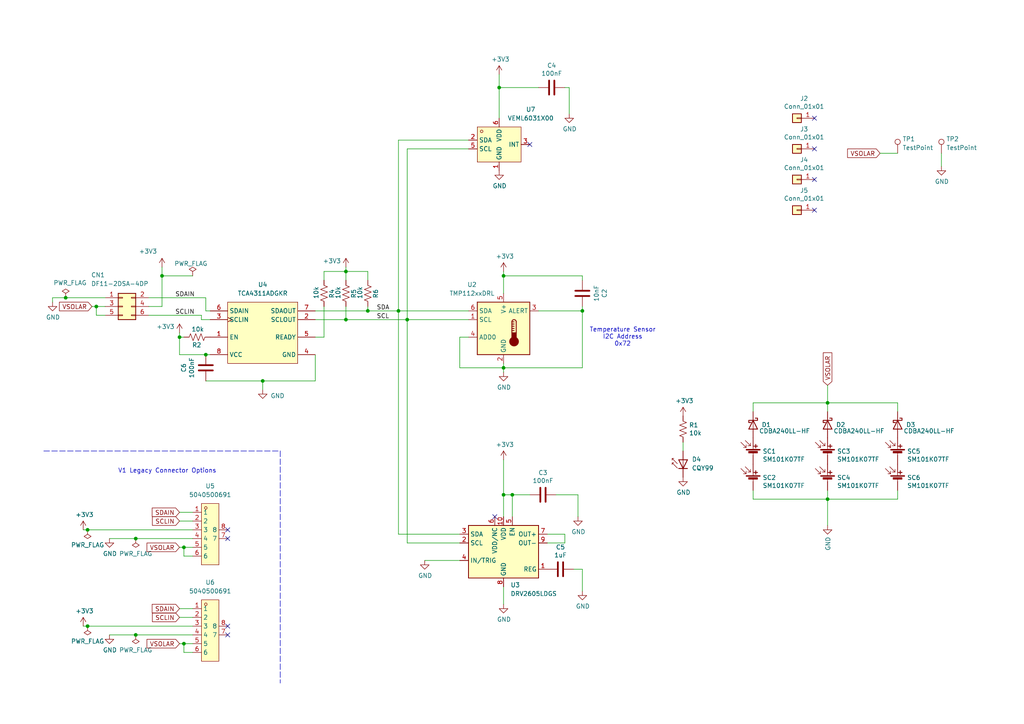
<source format=kicad_sch>
(kicad_sch (version 20250114) (generator "eeschema") (generator_version "9.0")
  (paper "A4")
  (title_block (title "XY Solar Panel Board") (date "2023-03-19") (rev "V3") (company "CPP BroncoSpace"))
  (lib_symbols
    (symbol "Connector:TestPoint" (pin_numbers (hide yes)) (pin_names (offset 0.762) (hide yes))
      (property "Reference" "TP" (at 0 6.858 0))
      (property "Value" "TestPoint" (at 0 5.08 0))
      (symbol "TestPoint_0_1"
        (circle (center 0 3.302) (radius 0.762))
      )
      (symbol "TestPoint_1_1"
        (pin passive line (at 0 0 90) (length 2.54) (name "1") (number "1"))
      )
    )
    (symbol "Connector_Generic:Conn_01x01" (pin_names (offset 1.016) (hide yes))
      (property "Reference" "J" (at 0 2.54 0))
      (property "Value" "Conn_01x01" (at 0 -2.54 0))
      (symbol "Conn_01x01_1_1"
        (rectangle (start -1.27 1.27) (end 1.27 -1.27) (stroke (width 0.254)) (fill (type background)))
        (rectangle (start -1.27 0.127) (end 0 -0.127) (stroke (width 0.1524)))
        (pin passive line (at -5.08 0 0) (length 3.81) (name "Pin_1") (number "1"))
      )
    )
    (symbol "Connector_Generic:Conn_02x03_Odd_Even" (pin_names (offset 1.016) (hide yes))
      (property "Reference" "J" (at 1.27 5.08 0))
      (property "Value" "Conn_02x03_Odd_Even" (at 1.27 -5.08 0))
      (symbol "Conn_02x03_Odd_Even_1_1"
        (rectangle (start -1.27 3.81) (end 3.81 -3.81) (stroke (width 0.254)) (fill (type background)))
        (rectangle (start -1.27 2.667) (end 0 2.413) (stroke (width 0.1524)))
        (rectangle (start -1.27 0.127) (end 0 -0.127) (stroke (width 0.1524)))
        (rectangle (start -1.27 -2.413) (end 0 -2.667) (stroke (width 0.1524)))
        (rectangle (start 3.81 2.667) (end 2.54 2.413) (stroke (width 0.1524)))
        (rectangle (start 3.81 0.127) (end 2.54 -0.127) (stroke (width 0.1524)))
        (rectangle (start 3.81 -2.413) (end 2.54 -2.667) (stroke (width 0.1524)))
        (pin passive line (at -5.08 2.54 0) (length 3.81) (name "Pin_1") (number "1"))
        (pin passive line (at -5.08 0 0) (length 3.81) (name "Pin_3") (number "3"))
        (pin passive line (at -5.08 -2.54 0) (length 3.81) (name "Pin_5") (number "5"))
        (pin passive line (at 7.62 2.54 180) (length 3.81) (name "Pin_2") (number "2"))
        (pin passive line (at 7.62 0 180) (length 3.81) (name "Pin_4") (number "4"))
        (pin passive line (at 7.62 -2.54 180) (length 3.81) (name "Pin_6") (number "6"))
      )
    )
    (symbol "Device:C" (pin_numbers (hide yes)) (pin_names (offset 0.254))
      (property "Reference" "C" (at 0.635 2.54 0))
      (property "Value" "C" (at 0.635 -2.54 0))
      (symbol "C_0_1"
        (polyline (pts (xy -2.032 0.762) (xy 2.032 0.762)) (stroke (width 0.508)))
        (polyline (pts (xy -2.032 -0.762) (xy 2.032 -0.762)) (stroke (width 0.508)))
      )
      (symbol "C_1_1"
        (pin passive line (at 0 3.81 270) (length 2.794) (name "~") (number "1"))
        (pin passive line (at 0 -3.81 90) (length 2.794) (name "~") (number "2"))
      )
    )
    (symbol "Device:D_Schottky" (pin_numbers (hide yes)) (pin_names (offset 1.016) (hide yes))
      (property "Reference" "D" (at 0 2.54 0))
      (property "Value" "D_Schottky" (at 0 -2.54 0))
      (symbol "D_Schottky_0_1"
        (polyline (pts (xy -1.905 0.635) (xy -1.905 1.27) (xy -1.27 1.27) (xy -1.27 -1.27) (xy -0.635 -1.27) (xy -0.635 -0.635)) (stroke (width 0.254)))
        (polyline (pts (xy 1.27 1.27) (xy 1.27 -1.27) (xy -1.27 0) (xy 1.27 1.27)) (stroke (width 0.254)))
        (polyline (pts (xy 1.27 0) (xy -1.27 0)))
      )
      (symbol "D_Schottky_1_1"
        (pin passive line (at -3.81 0 0) (length 2.54) (name "K") (number "1"))
        (pin passive line (at 3.81 0 180) (length 2.54) (name "A") (number "2"))
      )
    )
    (symbol "Device:R_US" (pin_numbers (hide yes)) (pin_names (offset 0))
      (property "Reference" "R" (at 2.54 0 90))
      (property "Value" "R_US" (at -2.54 0 90))
      (symbol "R_US_0_1"
        (polyline (pts (xy 0 2.286) (xy 0 2.54)))
        (polyline (pts (xy 0 2.286) (xy 1.016 1.905) (xy 0 1.524) (xy -1.016 1.143) (xy 0 0.762)))
        (polyline (pts (xy 0 0.762) (xy 1.016 0.381) (xy 0 0) (xy -1.016 -0.381) (xy 0 -0.762)))
        (polyline (pts (xy 0 -0.762) (xy 1.016 -1.143) (xy 0 -1.524) (xy -1.016 -1.905) (xy 0 -2.286)))
        (polyline (pts (xy 0 -2.286) (xy 0 -2.54)))
      )
      (symbol "R_US_1_1"
        (pin passive line (at 0 3.81 270) (length 1.27) (name "~") (number "1"))
        (pin passive line (at 0 -3.81 90) (length 1.27) (name "~") (number "2"))
      )
    )
    (symbol "Device:Solar_Cell" (pin_numbers (hide yes)) (pin_names (offset 0) (hide yes))
      (property "Reference" "SC" (at 2.54 2.54 0))
      (property "Value" "Solar_Cell" (at 2.54 0 0))
      (symbol "Solar_Cell_0_1"
        (polyline (pts (xy -2.032 3.048) (xy -2.032 2.286) (xy -2.794 2.286)))
        (polyline (pts (xy -2.032 2.286) (xy -3.556 3.81)))
        (rectangle (start -2.032 1.778) (end 2.032 1.524) (fill (type outline)))
        (rectangle (start -1.3208 1.1938) (end 1.27 0.6858) (fill (type outline)))
        (polyline (pts (xy -0.762 3.556) (xy -0.762 2.794) (xy -1.524 2.794)))
        (polyline (pts (xy -0.762 2.794) (xy -2.286 4.318)))
        (polyline (pts (xy 0 1.778) (xy 0 2.54)))
        (polyline (pts (xy 0 0.762) (xy 0 0)))
        (polyline (pts (xy 0.254 2.667) (xy 1.27 2.667)) (stroke (width 0.254)))
        (polyline (pts (xy 0.762 3.175) (xy 0.762 2.159)) (stroke (width 0.254)))
      )
      (symbol "Solar_Cell_1_1"
        (pin passive line (at 0 5.08 270) (length 2.54) (name "+") (number "1"))
        (pin passive line (at 0 -2.54 90) (length 2.54) (name "-") (number "2"))
      )
    )
    (symbol "Driver_Haptic:DRV2605LDGS"
      (property "Reference" "U3" (at 2.0194 -9.6504 0))
      (property "Value" "DRV2605LDGS" (at 2.0194 -12.1873 0))
      (symbol "DRV2605LDGS_0_1"
        (rectangle (start -10.16 7.62) (end 10.16 -7.62) (stroke (width 0.254)) (fill (type background)))
      )
      (symbol "DRV2605LDGS_1_1"
        (pin bidirectional line (at -12.7 5.08 0) (length 2.54) (name "SDA") (number "3"))
        (pin input line (at -12.7 2.54 0) (length 2.54) (name "SCL") (number "2"))
        (pin input line (at -12.7 -2.54 0) (length 2.54) (name "IN/TRIG") (number "4"))
        (pin power_in line (at -2.54 10.16 270) (length 2.54) (name "VDD/NC") (number "6"))
        (pin power_in line (at 0 10.16 270) (length 2.54) (name "VDD") (number "10"))
        (pin power_in line (at 0 -10.16 90) (length 2.54) (name "GND") (number "8"))
        (pin input line (at 2.54 10.16 270) (length 2.54) (name "EN") (number "5"))
        (pin output line (at 12.7 5.08 180) (length 2.54) (name "OUT+") (number "7"))
        (pin output line (at 12.7 2.54 180) (length 2.54) (name "OUT-") (number "9"))
        (pin passive line (at 12.7 -5.08 180) (length 2.54) (name "REG") (number "1"))
      )
    )
    (symbol "LED:CQY99" (pin_numbers (hide yes)) (pin_names (offset 1.016) (hide yes))
      (property "Reference" "D" (at 0.508 1.778 0))
      (property "Value" "CQY99" (at -1.016 -2.794 0))
      (symbol "CQY99_0_1"
        (polyline (pts (xy -2.54 1.27) (xy -2.54 -1.27)) (stroke (width 0.254)))
        (polyline (pts (xy -2.413 1.651) (xy -0.889 3.175) (xy -0.889 2.667) (xy -0.889 3.175) (xy -1.397 3.175)))
        (polyline (pts (xy -1.143 1.651) (xy 0.381 3.175) (xy 0.381 2.667)))
        (polyline (pts (xy 0 0) (xy -2.54 0)))
        (polyline (pts (xy 0 -1.27) (xy -2.54 0) (xy 0 1.27) (xy 0 -1.27)) (stroke (width 0.254)))
        (polyline (pts (xy 0.381 3.175) (xy -0.127 3.175)))
      )
      (symbol "CQY99_1_1"
        (pin passive line (at -5.08 0 0) (length 2.54) (name "K") (number "1"))
        (pin passive line (at 2.54 0 180) (length 2.54) (name "A") (number "2"))
      )
    )
    (symbol "Sensor_Temperature:TMP112xxDRL"
      (property "Reference" "U" (at -2.54 10.795 0))
      (property "Value" "TMP112xxDRL" (at -2.54 8.89 0))
      (symbol "TMP112xxDRL_0_1"
        (rectangle (start -7.62 7.62) (end 7.62 -7.62) (stroke (width 0.254)) (fill (type background)))
      )
      (symbol "TMP112xxDRL_1_1"
        (polyline (pts (xy 2.413 1.905) (xy 2.413 -1.27)) (stroke (width 0.254)))
        (polyline (pts (xy 2.413 1.905) (xy 3.048 1.905)) (stroke (width 0.254)))
        (polyline (pts (xy 2.413 1.27) (xy 3.048 1.27)) (stroke (width 0.254)))
        (polyline (pts (xy 2.413 0.635) (xy 3.048 0.635)) (stroke (width 0.254)))
        (polyline (pts (xy 2.413 0) (xy 3.048 0)) (stroke (width 0.254)))
        (polyline (pts (xy 2.413 -0.635) (xy 3.048 -0.635)) (stroke (width 0.254)))
        (arc (start 2.413 1.905) (mid 3.048 2.5373) (end 3.683 1.905) (stroke (width 0.254)))
        (circle (center 3.048 -3.81) (radius 1.27) (stroke (width 0.254)) (fill (type outline)))
        (polyline (pts (xy 3.683 1.905) (xy 3.683 -1.27)) (stroke (width 0.254)))
        (rectangle (start 3.683 -3.175) (end 2.413 -1.27) (stroke (width 0.254)) (fill (type outline)))
        (pin bidirectional line (at -10.16 5.08 0) (length 2.54) (name "SDA") (number "6"))
        (pin input line (at -10.16 2.54 0) (length 2.54) (name "SCL") (number "1"))
        (pin input line (at -10.16 -2.54 0) (length 2.54) (name "ADD0") (number "4"))
        (pin power_in line (at 0 10.16 270) (length 2.54) (name "V+") (number "5"))
        (pin power_in line (at 0 -10.16 90) (length 2.54) (name "GND") (number "2"))
        (pin open_collector line (at 10.16 5.08 180) (length 2.54) (name "ALERT") (number "3"))
      )
    )
    (symbol "easyeda2kicad:5040500691"
      (property "Reference" "U" (at 0 11.43 0))
      (property "Value" "5040500691" (at 0 -11.43 0))
      (symbol "5040500691_0_1"
        (rectangle (start -2.54 8.89) (end 2.54 -8.89) (fill (type background)))
        (circle (center -1.27 7.62) (radius 0.38))
        (pin unspecified line (at -5.08 6.35 0) (length 2.54) (name "1") (number "1"))
        (pin unspecified line (at -5.08 3.81 0) (length 2.54) (name "2") (number "2"))
        (pin unspecified line (at -5.08 1.27 0) (length 2.54) (name "3") (number "3"))
        (pin unspecified line (at -5.08 -1.27 0) (length 2.54) (name "4") (number "4"))
        (pin unspecified line (at -5.08 -3.81 0) (length 2.54) (name "5") (number "5"))
        (pin unspecified line (at -5.08 -6.35 0) (length 2.54) (name "6") (number "6"))
        (pin unspecified line (at 5.08 1.27 180) (length 2.54) (name "8") (number "8"))
        (pin unspecified line (at 5.08 -1.27 180) (length 2.54) (name "7") (number "7"))
      )
    )
    (symbol "easyeda2kicad:TCA4311ADGKR"
      (property "Reference" "U4" (at 0 13.97 0))
      (property "Value" "TCA4311ADGKR" (at 0 11.43 0))
      (symbol "TCA4311ADGKR_0_1"
        (rectangle (start -10.16 8.89) (end 10.16 -8.89) (fill (type background)))
        (pin unspecified line (at -15.24 6.35 0) (length 5.08) (name "SDAIN") (number "6"))
        (pin unspecified clock (at -15.24 3.81 0) (length 5.08) (name "SCLIN") (number "3"))
        (pin unspecified line (at -15.24 -1.27 0) (length 5.08) (name "EN") (number "1"))
        (pin power_in line (at -15.24 -6.35 0) (length 5.08) (name "VCC") (number "8"))
        (pin unspecified line (at 15.24 6.35 180) (length 5.08) (name "SDAOUT") (number "7"))
        (pin unspecified line (at 15.24 3.81 180) (length 5.08) (name "SCLOUT") (number "2"))
        (pin unspecified line (at 15.24 -1.27 180) (length 5.08) (name "READY") (number "5"))
        (pin power_in line (at 15.24 -6.35 180) (length 5.08) (name "GND") (number "4"))
      )
    )
    (symbol "easyeda2kicad:VEML6031X00"
      (property "Reference" "U" (at -9.652 9.144 0))
      (property "Value" "VEML6031X00" (at -9.652 6.604 0))
      (symbol "VEML6031X00_0_1"
        (rectangle (start -6.35 5.08) (end 6.35 -5.08) (fill (type background)))
        (circle (center -5.08 3.81) (radius 0.38))
        (pin unspecified line (at -8.89 1.27 0) (length 2.54) (name "SDA") (number "2"))
        (pin unspecified line (at -8.89 -1.27 0) (length 2.54) (name "SCL") (number "5"))
        (pin unspecified line (at 0 7.62 270) (length 2.54) (name "VDD") (number "6"))
        (pin unspecified line (at 0 -7.62 90) (length 2.54) (name "GND") (number "1"))
        (pin unspecified line (at 8.89 0 180) (length 2.54) (name "INT") (number "3"))
      )
      (symbol "VEML6031X00_1_1"
        (pin unspecified line (at 0 -7.62 90) (length 2.54) (hide yes) (name "GND") (number "4"))
      )
    )
    (symbol "power:GND" (power) (pin_names (offset 0))
      (property "Value" "GND" (at 0 -3.81 0))
      (symbol "GND_0_1"
        (polyline (pts (xy 0 0) (xy 0 -1.27) (xy 1.27 -1.27) (xy 0 -2.54) (xy -1.27 -1.27) (xy 0 -1.27)))
      )
      (symbol "GND_1_1"
        (pin power_in line (at 0 0 270) (length 0) (hide yes) (name "GND") (number "1"))
      )
    )
    (symbol "power:PWR_FLAG" (power) (pin_numbers (hide yes)) (pin_names (offset 0) (hide yes))
      (property "Value" "PWR_FLAG" (at 0 3.81 0))
      (symbol "PWR_FLAG_0_0"
        (pin power_out line (at 0 0 90) (length 0) (name "pwr") (number "1"))
      )
      (symbol "PWR_FLAG_0_1"
        (polyline (pts (xy 0 0) (xy 0 1.27) (xy -1.016 1.905) (xy 0 2.54) (xy 1.016 1.905) (xy 0 1.27)))
      )
    )
    (symbol "solar-panel-NoCutout-rescue:+3.3V-power" (power) (pin_names (offset 0))
      (property "Value" "+3.3V-power" (at 0 3.556 0))
      (symbol "+3.3V-power_0_1"
        (polyline (pts (xy -0.762 1.27) (xy 0 2.54)))
        (polyline (pts (xy 0 2.54) (xy 0.762 1.27)))
        (polyline (pts (xy 0 0) (xy 0 2.54)))
      )
      (symbol "+3.3V-power_1_1"
        (pin power_in line (at 0 0 90) (length 0) (hide yes) (name "+3V3") (number "1"))
      )
    )
    (symbol "solar-panel-side-Z-rescue:+3.3V-power" (power) (pin_names (offset 0))
      (property "Value" "+3.3V-power" (at 0 3.556 0))
      (symbol "+3.3V-power_0_1"
        (polyline (pts (xy -0.762 1.27) (xy 0 2.54)))
        (polyline (pts (xy 0 2.54) (xy 0.762 1.27)))
        (polyline (pts (xy 0 0) (xy 0 2.54)))
      )
      (symbol "+3.3V-power_1_1"
        (pin power_in line (at 0 0 90) (length 0) (hide yes) (name "+3V3") (number "1"))
      )
    )
  )
  (text "V1 Legacy Connector Options" (at 48.514 136.652 0) (effects (font (size 1.27 1.27))))
  (text "Temperature Sensor\nI2C Address\n0x72" (at 180.594 97.79 0) (effects (font (size 1.27 1.27))))
  (junction (at 100.33 92.71))
  (junction (at 46.99 80.01))
  (junction (at 52.07 97.79))
  (junction (at 106.68 90.17))
  (junction (at 25.4 153.67))
  (junction (at 39.37 156.21))
  (junction (at 146.05 143.51))
  (junction (at 27.94 88.9))
  (junction (at 146.05 106.68))
  (junction (at 53.34 186.69))
  (junction (at 148.59 143.51))
  (junction (at 25.4 181.61))
  (junction (at 240.03 144.78))
  (junction (at 100.33 78.74))
  (junction (at 19.05 86.36))
  (junction (at 146.05 80.01))
  (junction (at 59.69 102.87))
  (junction (at 76.2 110.49))
  (junction (at 240.03 116.84))
  (junction (at 115.57 90.17))
  (junction (at 144.78 25.4))
  (junction (at 168.91 90.17))
  (junction (at 39.37 184.15))
  (junction (at 53.34 158.75))
  (junction (at 118.11 92.71))
  (no_connect (at 236.22 34.29))
  (no_connect (at 66.04 184.15))
  (no_connect (at 236.22 43.18))
  (no_connect (at 236.22 60.96))
  (no_connect (at 66.04 181.61))
  (no_connect (at 66.04 153.67))
  (no_connect (at 153.67 41.91))
  (no_connect (at 66.04 156.21))
  (no_connect (at 143.51 149.86))
  (no_connect (at 236.22 52.07))
  (wire (pts (xy 115.57 90.17) (xy 115.57 154.94)))
  (wire (pts (xy 100.33 88.9) (xy 100.33 92.71)))
  (wire (pts (xy 46.99 80.01) (xy 46.99 88.9)))
  (wire (pts (xy 52.07 102.87) (xy 59.69 102.87)))
  (wire (pts (xy 158.75 157.48) (xy 163.83 157.48)))
  (wire (pts (xy 218.44 116.84) (xy 218.44 119.38)))
  (wire (pts (xy 135.89 97.79) (xy 133.35 97.79)))
  (wire (pts (xy 55.88 151.13) (xy 52.07 151.13)))
  (wire (pts (xy 146.05 80.01) (xy 168.91 80.01)))
  (wire (pts (xy 146.05 80.01) (xy 146.05 85.09)))
  (wire (pts (xy 168.91 106.68) (xy 146.05 106.68)))
  (wire (pts (xy 133.35 106.68) (xy 146.05 106.68)))
  (wire (pts (xy 53.34 161.29) (xy 55.88 161.29)))
  (wire (pts (xy 115.57 154.94) (xy 133.35 154.94)))
  (polyline (pts (xy 81.28 130.81) (xy 81.28 198.12)) (stroke (width 0) (type dash)))
  (wire (pts (xy 55.88 80.01) (xy 46.99 80.01)))
  (wire (pts (xy 218.44 144.78) (xy 218.44 142.24)))
  (wire (pts (xy 27.94 91.44) (xy 30.48 91.44)))
  (wire (pts (xy 46.99 80.01) (xy 46.99 77.47)))
  (wire (pts (xy 43.18 86.36) (xy 59.69 86.36)))
  (wire (pts (xy 260.35 44.45) (xy 255.27 44.45)))
  (wire (pts (xy 39.37 156.21) (xy 31.75 156.21)))
  (wire (pts (xy 133.35 97.79) (xy 133.35 106.68)))
  (wire (pts (xy 91.44 90.17) (xy 106.68 90.17)))
  (wire (pts (xy 146.05 107.95) (xy 146.05 106.68)))
  (wire (pts (xy 55.88 181.61) (xy 25.4 181.61)))
  (wire (pts (xy 100.33 78.74) (xy 100.33 81.28)))
  (wire (pts (xy 161.29 143.51) (xy 167.64 143.51)))
  (wire (pts (xy 106.68 88.9) (xy 106.68 90.17)))
  (wire (pts (xy 156.21 90.17) (xy 168.91 90.17)))
  (wire (pts (xy 52.07 96.52) (xy 52.07 97.79)))
  (wire (pts (xy 53.34 158.75) (xy 53.34 161.29)))
  (wire (pts (xy 118.11 92.71) (xy 118.11 43.18)))
  (wire (pts (xy 53.34 186.69) (xy 53.34 189.23)))
  (wire (pts (xy 148.59 143.51) (xy 153.67 143.51)))
  (wire (pts (xy 163.83 25.4) (xy 165.1 25.4)))
  (wire (pts (xy 168.91 90.17) (xy 168.91 106.68)))
  (wire (pts (xy 168.91 88.9) (xy 168.91 90.17)))
  (wire (pts (xy 167.64 143.51) (xy 167.64 149.86)))
  (wire (pts (xy 39.37 184.15) (xy 31.75 184.15)))
  (wire (pts (xy 118.11 43.18) (xy 135.89 43.18)))
  (wire (pts (xy 115.57 90.17) (xy 115.57 40.64)))
  (wire (pts (xy 27.94 88.9) (xy 26.67 88.9)))
  (wire (pts (xy 240.03 116.84) (xy 260.35 116.84)))
  (wire (pts (xy 53.34 186.69) (xy 52.07 186.69)))
  (wire (pts (xy 146.05 143.51) (xy 148.59 143.51)))
  (wire (pts (xy 118.11 92.71) (xy 118.11 157.48)))
  (wire (pts (xy 165.1 25.4) (xy 165.1 33.02)))
  (wire (pts (xy 106.68 78.74) (xy 100.33 78.74)))
  (wire (pts (xy 59.69 90.17) (xy 60.96 90.17)))
  (wire (pts (xy 30.48 88.9) (xy 27.94 88.9)))
  (wire (pts (xy 55.88 179.07) (xy 52.07 179.07)))
  (wire (pts (xy 91.44 92.71) (xy 100.33 92.71)))
  (wire (pts (xy 166.37 165.1) (xy 168.91 165.1)))
  (wire (pts (xy 59.69 86.36) (xy 59.69 90.17)))
  (wire (pts (xy 146.05 133.35) (xy 146.05 143.51)))
  (wire (pts (xy 106.68 90.17) (xy 115.57 90.17)))
  (wire (pts (xy 100.33 78.74) (xy 100.33 77.47)))
  (wire (pts (xy 55.88 148.59) (xy 52.07 148.59)))
  (wire (pts (xy 198.12 130.81) (xy 198.12 128.27)))
  (wire (pts (xy 218.44 116.84) (xy 240.03 116.84)))
  (wire (pts (xy 55.88 184.15) (xy 39.37 184.15)))
  (wire (pts (xy 163.83 157.48) (xy 163.83 154.94)))
  (wire (pts (xy 76.2 110.49) (xy 91.44 110.49)))
  (wire (pts (xy 93.98 97.79) (xy 91.44 97.79)))
  (wire (pts (xy 76.2 110.49) (xy 76.2 113.03)))
  (wire (pts (xy 55.88 156.21) (xy 39.37 156.21)))
  (wire (pts (xy 93.98 78.74) (xy 100.33 78.74)))
  (wire (pts (xy 118.11 157.48) (xy 133.35 157.48)))
  (wire (pts (xy 240.03 144.78) (xy 260.35 144.78)))
  (wire (pts (xy 59.69 102.87) (xy 60.96 102.87)))
  (wire (pts (xy 93.98 88.9) (xy 93.98 97.79)))
  (wire (pts (xy 273.05 44.45) (xy 273.05 48.26)))
  (wire (pts (xy 146.05 106.68) (xy 146.05 105.41)))
  (wire (pts (xy 240.03 119.38) (xy 240.03 116.84)))
  (wire (pts (xy 52.07 97.79) (xy 53.34 97.79)))
  (wire (pts (xy 19.05 86.36) (xy 30.48 86.36)))
  (wire (pts (xy 55.88 158.75) (xy 53.34 158.75)))
  (wire (pts (xy 168.91 165.1) (xy 168.91 171.45)))
  (wire (pts (xy 260.35 119.38) (xy 260.35 116.84)))
  (wire (pts (xy 58.42 92.71) (xy 60.96 92.71)))
  (wire (pts (xy 19.05 86.36) (xy 15.24 86.36)))
  (wire (pts (xy 15.24 87.63) (xy 15.24 86.36)))
  (wire (pts (xy 123.19 162.56) (xy 133.35 162.56)))
  (wire (pts (xy 218.44 144.78) (xy 240.03 144.78)))
  (wire (pts (xy 115.57 40.64) (xy 135.89 40.64)))
  (wire (pts (xy 146.05 170.18) (xy 146.05 175.26)))
  (wire (pts (xy 146.05 143.51) (xy 146.05 149.86)))
  (wire (pts (xy 240.03 144.78) (xy 240.03 142.24)))
  (wire (pts (xy 58.42 91.44) (xy 58.42 92.71)))
  (wire (pts (xy 55.88 186.69) (xy 53.34 186.69)))
  (wire (pts (xy 55.88 153.67) (xy 25.4 153.67)))
  (polyline (pts (xy 12.7 130.81) (xy 81.28 130.81)) (stroke (width 0) (type dash)))
  (wire (pts (xy 118.11 92.71) (xy 135.89 92.71)))
  (wire (pts (xy 260.35 144.78) (xy 260.35 142.24)))
  (wire (pts (xy 106.68 81.28) (xy 106.68 78.74)))
  (wire (pts (xy 43.18 88.9) (xy 46.99 88.9)))
  (wire (pts (xy 27.94 88.9) (xy 27.94 91.44)))
  (wire (pts (xy 144.78 25.4) (xy 144.78 34.29)))
  (wire (pts (xy 25.4 153.67) (xy 24.13 153.67)))
  (wire (pts (xy 55.88 176.53) (xy 52.07 176.53)))
  (wire (pts (xy 146.05 78.74) (xy 146.05 80.01)))
  (wire (pts (xy 168.91 80.01) (xy 168.91 81.28)))
  (wire (pts (xy 100.33 92.71) (xy 118.11 92.71)))
  (wire (pts (xy 93.98 81.28) (xy 93.98 78.74)))
  (wire (pts (xy 59.69 110.49) (xy 76.2 110.49)))
  (wire (pts (xy 158.75 154.94) (xy 163.83 154.94)))
  (wire (pts (xy 148.59 149.86) (xy 148.59 143.51)))
  (wire (pts (xy 91.44 110.49) (xy 91.44 102.87)))
  (wire (pts (xy 240.03 116.84) (xy 240.03 111.76)))
  (wire (pts (xy 53.34 158.75) (xy 52.07 158.75)))
  (wire (pts (xy 115.57 90.17) (xy 135.89 90.17)))
  (wire (pts (xy 43.18 91.44) (xy 58.42 91.44)))
  (wire (pts (xy 144.78 21.59) (xy 144.78 25.4)))
  (wire (pts (xy 240.03 152.4) (xy 240.03 144.78)))
  (wire (pts (xy 52.07 97.79) (xy 52.07 102.87)))
  (wire (pts (xy 53.34 189.23) (xy 55.88 189.23)))
  (wire (pts (xy 25.4 181.61) (xy 24.13 181.61)))
  (wire (pts (xy 144.78 25.4) (xy 156.21 25.4)))
  (label "SCL" (at 109.22 92.71 0))
  (label "SDA" (at 109.22 90.17 0))
  (label "SCLIN" (at 50.8 91.44 0))
  (label "SDAIN" (at 50.8 86.36 0))
  (global_label "VSOLAR" (shape input) (at 52.07 158.75 180) (property "Intersheetrefs" "${INTERSHEET_REFS}" (effects (hide yes))))
  (global_label "SCLIN" (shape input) (at 52.07 179.07 180) (property "Intersheetrefs" "${INTERSHEET_REFS}" (effects (hide yes))))
  (global_label "VSOLAR" (shape input) (at 52.07 186.69 180) (property "Intersheetrefs" "${INTERSHEET_REFS}" (effects (hide yes))))
  (global_label "VSOLAR" (shape input) (at 240.03 111.76 90) (property "Intersheetrefs" "${INTERSHEET_REFS}" (effects (hide yes))))
  (global_label "VSOLAR" (shape input) (at 255.27 44.45 180) (property "Intersheetrefs" "${INTERSHEET_REFS}" (effects (hide yes))))
  (global_label "VSOLAR" (shape input) (at 26.67 88.9 180) (property "Intersheetrefs" "${INTERSHEET_REFS}" (effects (hide yes))))
  (global_label "SDAIN" (shape input) (at 52.07 148.59 180) (property "Intersheetrefs" "${INTERSHEET_REFS}" (effects (hide yes))))
  (global_label "SDAIN" (shape input) (at 52.07 176.53 180) (property "Intersheetrefs" "${INTERSHEET_REFS}" (effects (hide yes))))
  (global_label "SCLIN" (shape input) (at 52.07 151.13 180) (property "Intersheetrefs" "${INTERSHEET_REFS}" (effects (hide yes))))
  (symbol (lib_id "solar-panel-NoCutout-rescue:+3.3V-power") (at 24.13 153.67 0) (unit 1)
    (property "Reference" "#PWR0111" (effects (hide yes)))
    (property "Value" "+3V3" (at 24.511 149.2758 0))
  )
  (symbol (lib_id "power:PWR_FLAG") (at 25.4 153.67 180) (unit 1)
    (property "Reference" "#FLG0101" (effects (hide yes)))
    (property "Value" "PWR_FLAG" (at 25.4 158.0642 0))
  )
  (symbol (lib_id "Connector_Generic:Conn_01x01") (at 231.14 34.29 180) (unit 1)
    (property "Reference" "J2" (at 233.2228 28.575 0))
    (property "Value" "Conn_01x01" (at 233.2228 30.8864 0))
    (property "Footprint" "SolarPanelBoards:MountingHoles" (effects (hide yes)))
  )
  (symbol (lib_id "Connector_Generic:Conn_01x01") (at 231.14 43.18 180) (unit 1)
    (property "Reference" "J3" (at 233.2228 37.465 0))
    (property "Value" "Conn_01x01" (at 233.2228 39.7764 0))
    (property "Footprint" "SolarPanelBoards:MountingHoles" (effects (hide yes)))
  )
  (symbol (lib_id "Connector_Generic:Conn_01x01") (at 231.14 52.07 180) (unit 1)
    (property "Reference" "J4" (at 233.2228 46.355 0))
    (property "Value" "Conn_01x01" (at 233.2228 48.6664 0))
    (property "Footprint" "SolarPanelBoards:MountingHoles" (effects (hide yes)))
  )
  (symbol (lib_id "Connector_Generic:Conn_01x01") (at 231.14 60.96 180) (unit 1)
    (property "Reference" "J5" (at 233.2228 55.245 0))
    (property "Value" "Conn_01x01" (at 233.2228 57.5564 0))
    (property "Footprint" "SolarPanelBoards:MountingHoles" (effects (hide yes)))
  )
  (symbol (lib_id "power:GND") (at 15.24 87.63 0) (unit 1)
    (property "Reference" "#PWR0109" (effects (hide yes)))
    (property "Value" "GND" (at 15.367 92.0242 0))
  )
  (symbol (lib_id "power:GND") (at 198.12 138.43 0) (unit 1)
    (property "Reference" "#PWR0107" (effects (hide yes)))
    (property "Value" "GND" (at 198.247 142.8242 0))
  )
  (symbol (lib_id "power:GND") (at 76.2 113.03 0) (unit 1)
    (property "Reference" "#PWR0125" (effects (hide yes)))
    (property "Value" "GND" (at 82.55 114.808 0) (effects (justify right)))
  )
  (symbol (lib_id "power:GND") (at 168.91 171.45 0) (unit 1)
    (property "Reference" "#PWR0117" (effects (hide yes)))
    (property "Value" "GND" (at 169.037 175.8442 0))
  )
  (symbol (lib_id "Sensor_Temperature:TMP112xxDRL") (at 146.05 95.25 0) (unit 1)
    (property "Reference" "U2" (at 136.906 82.55 0))
    (property "Value" "TMP112xxDRL" (at 136.906 85.09 0))
    (property "Footprint" "Package_TO_SOT_SMD:SOT-563" (effects (hide yes)))
    (property "Datasheet" "https://www.ti.com/lit/ds/symlink/tmp112.pdf" (effects (hide yes)))
    (property "Description" "Digital Temperature Sensor with I2C/SMBus/Two-wire Interface, 12 bits, ±1°C, one-shot conversion, alert, nist traceable, SOT-563" (effects (hide yes)))
  )
  (symbol (lib_id "power:GND") (at 31.75 184.15 0) (unit 1)
    (property "Reference" "#PWR02" (effects (hide yes)))
    (property "Value" "GND" (at 31.877 188.5442 0))
  )
  (symbol (lib_id "Device:Solar_Cell") (at 240.03 139.7 0) (unit 1)
    (property "Reference" "SC4" (at 242.7732 138.5316 0) (effects (justify left)))
    (property "Value" "SM101K07TF" (at 242.7732 140.843 0) (effects (justify left)))
    (property "Footprint" "SolarPanelBoards:KXOB101K08F-TR" (effects (hide yes)))
  )
  (symbol (lib_id "Device:R_US") (at 106.68 85.09 180) (unit 1)
    (property "Reference" "R6" (at 108.966 83.82 90) (effects (justify left)))
    (property "Value" "10k" (at 104.394 83.058 90) (effects (justify left)))
    (property "Footprint" "Resistor_SMD:R_0603_1608Metric" (effects (hide yes)))
  )
  (symbol (lib_id "Device:C") (at 59.69 106.68 180) (unit 1)
    (property "Reference" "C6" (at 53.2892 106.68 90))
    (property "Value" "100nF" (at 55.6006 106.68 90))
    (property "Footprint" "Capacitor_SMD:C_0805_2012Metric" (effects (hide yes)))
  )
  (symbol (lib_id "easyeda2kicad:5040500691") (at 60.96 154.94 0) (unit 1)
    (property "Reference" "U5" (at 60.96 140.97 0))
    (property "Value" "5040500691" (at 60.96 143.51 0))
    (property "Footprint" "easyeda2kicad:CONN-SMD_6P-P1.50_A1501WRB-S-6P" (effects (hide yes)))
    (property "LCSC Part" "C563981" (effects (hide yes)))
  )
  (symbol (lib_id "power:PWR_FLAG") (at 55.88 80.01 0) (mirror y) (unit 1)
    (property "Reference" "#FLG0105" (effects (hide yes)))
    (property "Value" "PWR_FLAG" (at 55.372 76.454 0))
  )
  (symbol (lib_id "solar-panel-side-Z-rescue:+3.3V-power") (at 146.05 133.35 0) (unit 1)
    (property "Reference" "#PWR0115" (effects (hide yes)))
    (property "Value" "+3V3" (at 146.431 128.9558 0))
  )
  (symbol (lib_id "solar-panel-NoCutout-rescue:+3.3V-power") (at 52.07 96.52 0) (mirror y) (unit 1)
    (property "Reference" "#PWR0123" (effects (hide yes)))
    (property "Value" "+3V3" (at 48.006 94.742 0))
  )
  (symbol (lib_id "Driver_Haptic:DRV2605LDGS") (at 146.05 160.02 0) (unit 1)
    (property "Reference" "U3" (at 148.0694 169.6704 0) (effects (justify left)))
    (property "Value" "DRV2605LDGS" (at 148.0694 172.2073 0) (effects (justify left)))
    (property "Footprint" "Package_SO:VSSOP-10_3x3mm_P0.5mm" (effects (hide yes)))
    (property "Datasheet" "http://www.ti.com/lit/ds/symlink/drv2605l.pdf" (effects (hide yes)))
  )
  (symbol (lib_id "solar-panel-NoCutout-rescue:+3.3V-power") (at 46.99 77.47 0) (mirror y) (unit 1)
    (property "Reference" "#PWR0122" (effects (hide yes)))
    (property "Value" "+3V3" (at 42.926 72.898 0))
  )
  (symbol (lib_id "Device:Solar_Cell") (at 218.44 139.7 0) (unit 1)
    (property "Reference" "SC2" (at 221.1832 138.5316 0) (effects (justify left)))
    (property "Value" "SM101K07TF" (at 221.1832 140.843 0) (effects (justify left)))
    (property "Footprint" "SolarPanelBoards:KXOB101K08F-TR" (effects (hide yes)))
  )
  (symbol (lib_id "easyeda2kicad:VEML6031X00") (at 144.78 41.91 0) (unit 1)
    (property "Reference" "U7" (at 153.924 31.75 0))
    (property "Value" "VEML6031X00" (at 153.924 34.29 0))
    (property "Footprint" "easyeda2kicad:SENSOR-SMD_VEML6031X00" (effects (hide yes)))
    (property "LCSC Part" "C3678616" (effects (hide yes)))
  )
  (symbol (lib_id "Device:R_US") (at 57.15 97.79 90) (unit 1)
    (property "Reference" "R2" (at 58.42 100.076 90) (effects (justify left)))
    (property "Value" "10k" (at 59.182 95.504 90) (effects (justify left)))
    (property "Footprint" "Resistor_SMD:R_0603_1608Metric" (effects (hide yes)))
  )
  (symbol (lib_id "solar-panel-side-Z-rescue:+3.3V-power") (at 144.78 21.59 0) (unit 1)
    (property "Reference" "#PWR0101" (effects (hide yes)))
    (property "Value" "+3V3" (at 145.161 17.1958 0))
  )
  (symbol (lib_id "Device:D_Schottky") (at 260.35 123.19 270) (unit 1)
    (property "Reference" "D3" (at 264.16 123.19 90))
    (property "Value" "CDBA240LL-HF" (at 276.86 125.73 90) (effects (justify right bottom)))
    (property "Footprint" "SolarPanelBoards:DO-214AC" (effects (hide yes)))
  )
  (symbol (lib_id "Connector:TestPoint") (at 260.35 44.45 0) (unit 1)
    (property "Reference" "TP1" (at 261.747 40.3133 0) (effects (justify left)))
    (property "Value" "TestPoint" (at 261.747 42.8502 0) (effects (justify left)))
    (property "Footprint" "SolarPanelBoards:Test Pad" (effects (hide yes)))
  )
  (symbol (lib_id "power:GND") (at 31.75 156.21 0) (unit 1)
    (property "Reference" "#PWR01" (effects (hide yes)))
    (property "Value" "GND" (at 31.877 160.6042 0))
  )
  (symbol (lib_id "power:GND") (at 167.64 149.86 0) (unit 1)
    (property "Reference" "#PWR0118" (effects (hide yes)))
    (property "Value" "GND" (at 167.767 154.2542 0))
  )
  (symbol (lib_id "Device:R_US") (at 100.33 85.09 180) (unit 1)
    (property "Reference" "R5" (at 102.616 83.82 90) (effects (justify left)))
    (property "Value" "10k" (at 98.044 83.058 90) (effects (justify left)))
    (property "Footprint" "Resistor_SMD:R_0603_1608Metric" (effects (hide yes)))
  )
  (symbol (lib_id "Connector:TestPoint") (at 273.05 44.45 0) (unit 1)
    (property "Reference" "TP2" (at 274.447 40.3133 0) (effects (justify left)))
    (property "Value" "TestPoint" (at 274.447 42.8502 0) (effects (justify left)))
    (property "Footprint" "SolarPanelBoards:Test Pad" (effects (hide yes)))
  )
  (symbol (lib_id "Device:C") (at 160.02 25.4 90) (unit 1)
    (property "Reference" "C4" (at 160.02 18.9992 90))
    (property "Value" "100nF" (at 160.02 21.3106 90))
    (property "Footprint" "Capacitor_SMD:C_0805_2012Metric" (effects (hide yes)))
  )
  (symbol (lib_id "power:GND") (at 146.05 107.95 0) (unit 1)
    (property "Reference" "#PWR0104" (effects (hide yes)))
    (property "Value" "GND" (at 146.177 112.3442 0))
  )
  (symbol (lib_id "Device:C") (at 157.48 143.51 90) (unit 1)
    (property "Reference" "C3" (at 157.48 137.1092 90))
    (property "Value" "100nF" (at 157.48 139.4206 90))
    (property "Footprint" "Capacitor_SMD:C_0805_2012Metric" (effects (hide yes)))
  )
  (symbol (lib_id "power:PWR_FLAG") (at 39.37 184.15 180) (unit 1)
    (property "Reference" "#FLG02" (effects (hide yes)))
    (property "Value" "PWR_FLAG" (at 39.37 188.5442 0))
  )
  (symbol (lib_id "Device:C") (at 168.91 85.09 0) (unit 1)
    (property "Reference" "C2" (at 175.3108 85.09 90))
    (property "Value" "10nF" (at 172.9994 85.09 90))
    (property "Footprint" "Capacitor_SMD:C_0805_2012Metric" (effects (hide yes)))
  )
  (symbol (lib_id "Device:R_US") (at 93.98 85.09 180) (unit 1)
    (property "Reference" "R4" (at 96.266 83.82 90) (effects (justify left)))
    (property "Value" "10k" (at 91.694 83.058 90) (effects (justify left)))
    (property "Footprint" "Resistor_SMD:R_0603_1608Metric" (effects (hide yes)))
  )
  (symbol (lib_id "LED:CQY99") (at 198.12 133.35 90) (unit 1)
    (property "Reference" "D4" (at 200.66 133.2229 90) (effects (justify right)))
    (property "Value" "CQY99" (at 200.66 135.7629 90) (effects (justify right)))
    (property "Footprint" "LED_SMD:LED_0603_1608Metric" (effects (hide yes)))
    (property "Datasheet" "https://www.prtice.info/IMG/pdf/CQY99.pdf" (effects (hide yes)))
  )
  (symbol (lib_id "power:GND") (at 240.03 152.4 0) (unit 1)
    (property "Reference" "#PWR0121" (effects (hide yes)))
    (property "Value" "GND" (at 240.157 155.6512 90) (effects (justify right)))
  )
  (symbol (lib_id "power:GND") (at 123.19 162.56 0) (unit 1)
    (property "Reference" "#PWR0114" (effects (hide yes)))
    (property "Value" "GND" (at 123.317 166.9542 0))
  )
  (symbol (lib_id "power:GND") (at 165.1 33.02 0) (unit 1)
    (property "Reference" "#PWR0108" (effects (hide yes)))
    (property "Value" "GND" (at 165.227 37.4142 0))
  )
  (symbol (lib_id "Connector_Generic:Conn_02x03_Odd_Even") (at 35.56 88.9 0) (unit 1)
    (property "Reference" "CN1" (at 26.416 79.756 0) (effects (justify left)))
    (property "Value" "DF11-2DSA-4DP" (at 26.416 82.296 0) (effects (justify left)))
    (property "Footprint" "Connector_Hirose:Hirose_DF11-6DP-2DSA_2x03_P2.00mm_Vertical" (effects (hide yes)))
    (property "Description" "Generic connector, double row, 02x03, odd/even pin numbering scheme (row 1 odd numbers, row 2 even numbers), script generated (kicad-library-utils/schlib/autogen/connector/)" (effects (hide yes)))
    (property "LCSC Part" "C2833085" (effects (hide yes)))
  )
  (symbol (lib_id "easyeda2kicad:TCA4311ADGKR") (at 76.2 96.52 0) (unit 1)
    (property "Reference" "U4" (at 76.2 82.55 0))
    (property "Value" "TCA4311ADGKR" (at 76.2 85.09 0))
    (property "Footprint" "easyeda2kicad:MSOP-8_L3.0-W3.0-P0.65-LS5.0-BL" (effects (hide yes)))
    (property "Datasheet" "https://lcsc.com/product-detail/Interface-ICs_TI_TCA4311ADGKR_TCA4311ADGKR_C130025.html" (effects (hide yes)))
    (property "LCSC Part" "C130025" (effects (hide yes)))
  )
  (symbol (lib_id "Device:C") (at 162.56 165.1 90) (unit 1)
    (property "Reference" "C5" (at 162.56 158.6992 90))
    (property "Value" "1uF" (at 162.56 161.0106 90))
    (property "Footprint" "Capacitor_SMD:C_0805_2012Metric" (effects (hide yes)))
  )
  (symbol (lib_id "power:GND") (at 146.05 175.26 0) (unit 1)
    (property "Reference" "#PWR0119" (effects (hide yes)))
    (property "Value" "GND" (at 146.177 179.6542 0))
  )
  (symbol (lib_id "power:PWR_FLAG") (at 19.05 86.36 0) (unit 1)
    (property "Reference" "#FLG0106" (effects (hide yes)))
    (property "Value" "PWR_FLAG" (at 20.32 82.042 0))
  )
  (symbol (lib_id "solar-panel-NoCutout-rescue:+3.3V-power") (at 100.33 77.47 0) (mirror y) (unit 1)
    (property "Reference" "#PWR0124" (effects (hide yes)))
    (property "Value" "+3V3" (at 96.266 75.692 0))
  )
  (symbol (lib_id "Device:D_Schottky") (at 218.44 123.19 270) (unit 1)
    (property "Reference" "D1" (at 222.25 123.19 90))
    (property "Value" "CDBA240LL-HF" (at 234.95 125.73 90) (effects (justify right bottom)))
    (property "Footprint" "SolarPanelBoards:DO-214AC" (effects (hide yes)))
  )
  (symbol (lib_id "power:GND") (at 144.78 49.53 0) (unit 1)
    (property "Reference" "#PWR0103" (effects (hide yes)))
    (property "Value" "GND" (at 144.907 53.9242 0))
  )
  (symbol (lib_id "solar-panel-side-Z-rescue:+3.3V-power") (at 198.12 120.65 0) (unit 1)
    (property "Reference" "#PWR0106" (effects (hide yes)))
    (property "Value" "+3V3" (at 198.501 116.2558 0))
  )
  (symbol (lib_id "Device:R_US") (at 198.12 124.46 0) (unit 1)
    (property "Reference" "R1" (at 199.8472 123.2916 0) (effects (justify left)))
    (property "Value" "10k" (at 199.8472 125.603 0) (effects (justify left)))
    (property "Footprint" "Resistor_SMD:R_0603_1608Metric" (effects (hide yes)))
  )
  (symbol (lib_id "solar-panel-NoCutout-rescue:+3.3V-power") (at 24.13 181.61 0) (unit 1)
    (property "Reference" "#PWR0112" (effects (hide yes)))
    (property "Value" "+3V3" (at 24.511 177.2158 0))
  )
  (symbol (lib_id "Device:Solar_Cell") (at 260.35 132.08 0) (unit 1)
    (property "Reference" "SC5" (at 263.0932 130.9116 0) (effects (justify left)))
    (property "Value" "SM101K07TF" (at 263.0932 133.223 0) (effects (justify left)))
    (property "Footprint" "SolarPanelBoards:KXOB101K08F-TR" (effects (hide yes)))
  )
  (symbol (lib_id "solar-panel-side-Z-rescue:+3.3V-power") (at 146.05 78.74 0) (unit 1)
    (property "Reference" "#PWR0102" (effects (hide yes)))
    (property "Value" "+3V3" (at 146.431 74.3458 0))
  )
  (symbol (lib_id "easyeda2kicad:5040500691") (at 60.96 182.88 0) (unit 1)
    (property "Reference" "U6" (at 60.96 168.91 0))
    (property "Value" "5040500691" (at 60.96 171.45 0))
    (property "Footprint" "easyeda2kicad:CONN-SMD_6P-P1.50_A1501WRB-S-6P" (effects (hide yes)))
    (property "LCSC Part" "C563981" (effects (hide yes)))
  )
  (symbol (lib_id "Device:Solar_Cell") (at 218.44 132.08 0) (unit 1)
    (property "Reference" "SC1" (at 221.1832 130.9116 0) (effects (justify left)))
    (property "Value" "SM101K07TF" (at 221.1832 133.223 0) (effects (justify left)))
    (property "Footprint" "SolarPanelBoards:KXOB101K08F-TR" (effects (hide yes)))
  )
  (symbol (lib_id "Device:Solar_Cell") (at 260.35 139.7 0) (unit 1)
    (property "Reference" "SC6" (at 263.0932 138.5316 0) (effects (justify left)))
    (property "Value" "SM101K07TF" (at 263.0932 140.843 0) (effects (justify left)))
    (property "Footprint" "SolarPanelBoards:KXOB101K08F-TR" (effects (hide yes)))
  )
  (symbol (lib_id "power:PWR_FLAG") (at 25.4 181.61 180) (unit 1)
    (property "Reference" "#FLG0102" (effects (hide yes)))
    (property "Value" "PWR_FLAG" (at 25.4 186.0042 0))
  )
  (symbol (lib_id "Device:Solar_Cell") (at 240.03 132.08 0) (unit 1)
    (property "Reference" "SC3" (at 242.7732 130.9116 0) (effects (justify left)))
    (property "Value" "SM101K07TF" (at 242.7732 133.223 0) (effects (justify left)))
    (property "Footprint" "SolarPanelBoards:KXOB101K08F-TR" (effects (hide yes)))
  )
  (symbol (lib_id "power:GND") (at 273.05 48.26 0) (unit 1)
    (property "Reference" "#PWR0120" (effects (hide yes)))
    (property "Value" "GND" (at 273.177 52.6542 0))
  )
  (symbol (lib_id "Device:D_Schottky") (at 240.03 123.19 270) (unit 1)
    (property "Reference" "D2" (at 243.84 123.19 90))
    (property "Value" "CDBA240LL-HF" (at 256.54 125.73 90) (effects (justify right bottom)))
    (property "Footprint" "SolarPanelBoards:DO-214AC" (effects (hide yes)))
  )
  (symbol (lib_id "power:PWR_FLAG") (at 39.37 156.21 180) (unit 1)
    (property "Reference" "#FLG01" (effects (hide yes)))
    (property "Value" "PWR_FLAG" (at 39.37 160.6042 0))
  )
)
</source>
